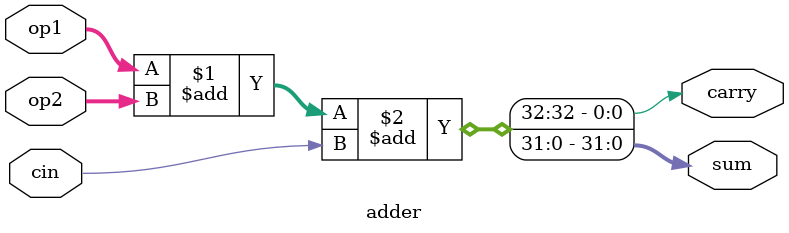
<source format=v>

module adder 
    (
        input   wire [31:0]   op1,
        input   wire [31:0]   op2,
        input   wire          cin,
        output  wire [31:0]   sum,
        output  wire          carry
    );

    assign {carry, sum} = op1 + op2 + cin;

endmodule

</source>
